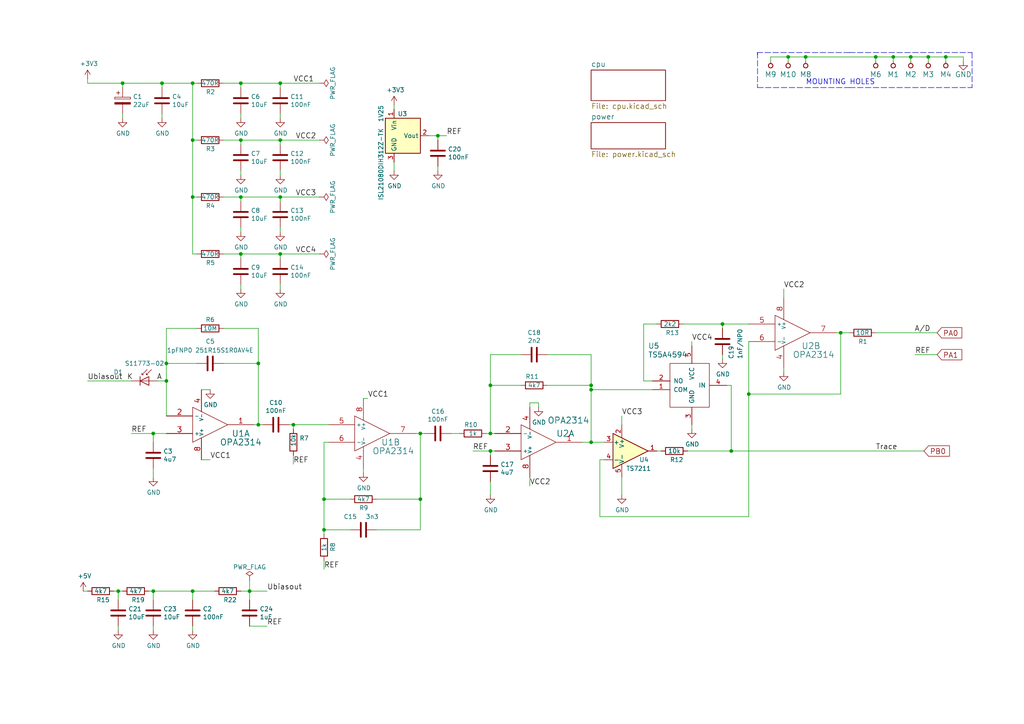
<source format=kicad_sch>
(kicad_sch (version 20211123) (generator eeschema)
  (paper "A4")
  (title_block (title "SPACEDOS01B") (date "2023-01-26") (company "www.ust.cz") (comment 1 "Semiconductor \\nIonizing radiation \\nsatellite spectrometer  \\nand dosimeter ") (comment 3 "Universal Scientific Technologies s.r.o. "))
  (lib_symbols
    (symbol "Amplifier_Operational:OP179GRT" (pin_names (offset 0.127))
      (property "Reference" "U" (at 0 5.08 0))
      (property "Value" "Amplifier_Operational_OP179GRT" (at 0 -5.08 0))
      (symbol "OP179GRT_0_1"
        (polyline (pts (xy -5.08 5.08) (xy 5.08 0) (xy -5.08 -5.08) (xy -5.08 5.08)) (stroke (width 0.254)) (fill (type background)))
        (pin power_in line (at -2.54 7.62 270) (length 3.81) (name "V+") (number "2"))
        (pin power_in line (at -2.54 -7.62 90) (length 3.81) (name "V-") (number "5"))
      )
      (symbol "OP179GRT_1_1"
        (pin output line (at 7.62 0 180) (length 2.54) (name "~") (number "1"))
        (pin input line (at -7.62 2.54 0) (length 2.54) (name "+") (number "3"))
        (pin input line (at -7.62 -2.54 0) (length 2.54) (name "-") (number "4"))
      )
    )
    (symbol "Device:C" (pin_numbers hide) (pin_names (offset 0.254))
      (property "Reference" "C" (at 0.635 2.54 0))
      (property "Value" "Device_C" (at 0.635 -2.54 0))
      (symbol "C_0_1"
        (polyline (pts (xy -2.032 -0.762) (xy 2.032 -0.762)) (stroke (width 0.508)))
        (polyline (pts (xy -2.032 0.762) (xy 2.032 0.762)) (stroke (width 0.508)))
      )
      (symbol "C_1_1"
        (pin passive line (at 0 3.81 270) (length 2.794) (name "~") (number "1"))
        (pin passive line (at 0 -3.81 90) (length 2.794) (name "~") (number "2"))
      )
    )
    (symbol "Device:CP" (pin_numbers hide) (pin_names (offset 0.254))
      (property "Reference" "C" (at 0.635 2.54 0))
      (property "Value" "Device_CP" (at 0.635 -2.54 0))
      (symbol "CP_0_1"
        (rectangle (start -2.286 0.508) (end -2.286 1.016))
        (rectangle (start -2.286 0.508) (end 2.286 0.508))
        (polyline (pts (xy -1.778 2.286) (xy -0.762 2.286)))
        (polyline (pts (xy -1.27 2.794) (xy -1.27 1.778)))
        (rectangle (start 2.286 -0.508) (end -2.286 -1.016) (fill (type outline)))
        (rectangle (start 2.286 1.016) (end -2.286 1.016))
        (rectangle (start 2.286 1.016) (end 2.286 0.508))
      )
      (symbol "CP_1_1"
        (pin passive line (at 0 3.81 270) (length 2.794) (name "~") (number "1"))
        (pin passive line (at 0 -3.81 90) (length 2.794) (name "~") (number "2"))
      )
    )
    (symbol "Device:D_Photo" (pin_numbers hide) (pin_names hide)
      (property "Reference" "D" (at 0.508 1.778 0))
      (property "Value" "Device_D_Photo" (at -1.016 -2.794 0))
      (symbol "D_Photo_0_1"
        (polyline (pts (xy -2.54 1.27) (xy -2.54 -1.27)) (stroke (width 0.2032)))
        (polyline (pts (xy -2.032 1.778) (xy -1.524 1.778)))
        (polyline (pts (xy 0 0) (xy -2.54 0)))
        (polyline (pts (xy -0.508 3.302) (xy -2.032 1.778) (xy -2.032 2.286)))
        (polyline (pts (xy 0 -1.27) (xy 0 1.27) (xy -2.54 0) (xy 0 -1.27)) (stroke (width 0.2032)))
        (polyline (pts (xy 0.762 3.302) (xy -0.762 1.778) (xy -0.762 2.286) (xy -0.762 1.778) (xy -0.254 1.778)))
      )
      (symbol "D_Photo_1_1"
        (pin passive line (at -5.08 0 0) (length 2.54) (name "K") (number "1"))
        (pin passive line (at 2.54 0 180) (length 2.54) (name "A") (number "2"))
      )
    )
    (symbol "Device:R" (pin_numbers hide) (pin_names (offset 0))
      (property "Reference" "R" (at 2.032 0 90))
      (property "Value" "Device_R" (at 0 0 90))
      (symbol "R_0_1"
        (rectangle (start -1.016 -2.54) (end 1.016 2.54) (stroke (width 0.254)))
      )
      (symbol "R_1_1"
        (pin passive line (at 0 3.81 270) (length 1.27) (name "~") (number "1"))
        (pin passive line (at 0 -3.81 90) (length 1.27) (name "~") (number "2"))
      )
    )
    (symbol "MLAB_IO:AD8692"
      (property "Reference" "U" (at 3.81 7.62 0))
      (property "Value" "MLAB_IO_AD8692" (at 3.81 5.08 0))
      (symbol "AD8692_0_1"
        (polyline (pts (xy -5.08 5.08) (xy 5.08 0) (xy -5.08 -5.08) (xy -5.08 5.08)))
      )
      (symbol "AD8692_1_1"
        (pin output line (at 12.7 0 180) (length 7.62) (name "~") (number "1"))
        (pin input line (at -12.7 -2.54 0) (length 7.62) (name "-") (number "2"))
        (pin input line (at -12.7 2.54 0) (length 7.62) (name "+") (number "3"))
        (pin passive line (at -2.54 -10.16 90) (length 6.35) (name "V-") (number "4"))
        (pin passive line (at -2.54 10.16 270) (length 6.35) (name "V+") (number "8"))
      )
      (symbol "AD8692_2_1"
        (pin passive line (at -2.54 -10.16 90) (length 6.35) (name "V-") (number "4"))
        (pin input line (at -12.7 2.54 0) (length 7.62) (name "+") (number "5"))
        (pin input line (at -12.7 -2.54 0) (length 7.62) (name "-") (number "6"))
        (pin output line (at 12.7 0 180) (length 7.62) (name "~") (number "7"))
        (pin passive line (at -2.54 10.16 270) (length 6.35) (name "V+") (number "8"))
      )
    )
    (symbol "MLAB_IO:TS5A4594" (pin_names (offset 1.016))
      (property "Reference" "U" (at 3.81 7.62 0))
      (property "Value" "MLAB_IO_TS5A4594" (at 6.35 -7.62 0))
      (symbol "TS5A4594_0_1"
        (rectangle (start -6.35 6.35) (end 5.08 -6.35))
      )
      (symbol "TS5A4594_1_1"
        (pin passive line (at -11.43 -1.27 0) (length 5.08) (name "COM") (number "1"))
        (pin passive line (at -11.43 1.27 0) (length 5.08) (name "NO") (number "2"))
        (pin power_in line (at 0 -11.43 90) (length 5.08) (name "GND") (number "3"))
        (pin bidirectional line (at 10.16 0 180) (length 5.08) (name "IN") (number "4"))
        (pin power_in line (at 0 11.43 270) (length 5.08) (name "VCC") (number "5"))
      )
    )
    (symbol "MLAB_MECHANICAL:HOLE" (pin_numbers hide) (pin_names (offset 1.016) hide)
      (property "Reference" "M" (at 0 2.54 0))
      (property "Value" "HOLE" (at 0 -2.54 0))
      (symbol "HOLE_0_1"
        (circle (center 0 0) (radius 0.635) (stroke (width 0.254)))
      )
      (symbol "HOLE_1_1"
        (pin input line (at 1.27 0 180) (length 0.635) (name "~") (number "1"))
      )
    )
    (symbol "Reference_Voltage:ISL21070CIH320Z-TK"
      (property "Reference" "U" (at -0.635 8.255 0))
      (property "Value" "Reference_Voltage_ISL21070CIH320Z-TK" (at -1.905 6.35 0))
      (symbol "ISL21070CIH320Z-TK_0_1"
        (rectangle (start -5.08 5.08) (end 5.08 -5.08) (stroke (width 0.254)) (fill (type background)))
      )
      (symbol "ISL21070CIH320Z-TK_1_1"
        (pin power_in line (at -2.54 7.62 270) (length 2.54) (name "Vin") (number "1"))
        (pin power_out line (at 7.62 0 180) (length 2.54) (name "Vout") (number "2"))
        (pin power_in line (at -2.54 -7.62 90) (length 2.54) (name "GND") (number "3"))
      )
    )
    (symbol "power:+3.3V" (power) (pin_names (offset 0))
      (property "Value" "power_+3.3V" (at 0 3.556 0))
      (symbol "+3.3V_0_1"
        (polyline (pts (xy -0.762 1.27) (xy 0 2.54)))
        (polyline (pts (xy 0 0) (xy 0 2.54)))
        (polyline (pts (xy 0 2.54) (xy 0.762 1.27)))
      )
      (symbol "+3.3V_1_1"
        (pin power_in line (at 0 0 90) (length 0) hide (name "+3V3") (number "1"))
      )
    )
    (symbol "power:+5V" (power) (pin_names (offset 0))
      (property "Value" "power_+5V" (at 0 3.556 0))
      (symbol "+5V_0_1"
        (polyline (pts (xy -0.762 1.27) (xy 0 2.54)))
        (polyline (pts (xy 0 0) (xy 0 2.54)))
        (polyline (pts (xy 0 2.54) (xy 0.762 1.27)))
      )
      (symbol "+5V_1_1"
        (pin power_in line (at 0 0 90) (length 0) hide (name "+5V") (number "1"))
      )
    )
    (symbol "power:GND" (power) (pin_names (offset 0))
      (property "Value" "power_GND" (at 0 -3.81 0))
      (symbol "GND_0_1"
        (polyline (pts (xy 0 0) (xy 0 -1.27) (xy 1.27 -1.27) (xy 0 -2.54) (xy -1.27 -1.27) (xy 0 -1.27)))
      )
      (symbol "GND_1_1"
        (pin power_in line (at 0 0 270) (length 0) hide (name "GND") (number "1"))
      )
    )
    (symbol "power:PWR_FLAG" (power) (pin_numbers hide) (pin_names (offset 0) hide)
      (property "Value" "PWR_FLAG" (at 0 3.81 0))
      (symbol "PWR_FLAG_0_0"
        (pin power_out line (at 0 0 90) (length 0) (name "pwr") (number "1"))
      )
      (symbol "PWR_FLAG_0_1"
        (polyline (pts (xy 0 0) (xy 0 1.27) (xy -1.016 1.905) (xy 0 2.54) (xy 1.016 1.905) (xy 0 1.27)))
      )
    )
  )
  (junction (at 46.99 24.13))
  (junction (at 74.93 123.19))
  (junction (at 209.55 93.98))
  (junction (at 44.45 125.73))
  (junction (at 55.88 171.45))
  (junction (at 171.45 111.76))
  (junction (at 233.68 16.51))
  (junction (at 69.85 24.13))
  (junction (at 269.24 16.51))
  (junction (at 69.85 57.15))
  (junction (at 55.88 57.15))
  (junction (at 142.24 111.76))
  (junction (at 35.56 24.13))
  (junction (at 48.26 110.49))
  (junction (at 81.28 24.13))
  (junction (at 142.24 125.73))
  (junction (at 121.92 144.78))
  (junction (at 81.28 40.64))
  (junction (at 212.09 130.81))
  (junction (at 228.6 16.51))
  (junction (at 85.09 123.19))
  (junction (at 48.26 105.41))
  (junction (at 264.16 16.51))
  (junction (at 44.45 171.45))
  (junction (at 55.88 40.64))
  (junction (at 81.28 57.15))
  (junction (at 72.39 171.45))
  (junction (at 142.24 130.81))
  (junction (at 74.93 105.41))
  (junction (at 274.32 16.51))
  (junction (at 254 16.51))
  (junction (at 171.45 113.03))
  (junction (at 127 39.37))
  (junction (at 81.28 73.66))
  (junction (at 93.98 153.67))
  (junction (at 259.08 16.51))
  (junction (at 243.84 96.52))
  (junction (at 171.45 128.27))
  (junction (at 55.88 24.13))
  (junction (at 121.92 125.73))
  (junction (at 69.85 40.64))
  (junction (at 93.98 144.78))
  (junction (at 217.17 114.3))
  (junction (at 69.85 73.66))
  (junction (at 34.29 171.45))
  (wire (pts (xy 274.32 16.51) (xy 269.24 16.51)))
  (wire (pts (xy 34.29 182.88) (xy 34.29 181.61)))
  (wire (pts (xy 69.85 67.31) (xy 69.85 66.04)))
  (wire (pts (xy 233.68 16.51) (xy 254 16.51)))
  (wire (pts (xy 212.09 111.76) (xy 210.82 111.76)))
  (wire (pts (xy 198.12 93.98) (xy 209.55 93.98)))
  (wire (pts (xy 171.45 102.87) (xy 171.45 111.76)))
  (wire (pts (xy 24.13 171.45) (xy 25.4 171.45)))
  (wire (pts (xy 142.24 130.81) (xy 142.24 132.08)))
  (wire (pts (xy 217.17 99.06) (xy 217.17 114.3)))
  (wire (pts (xy 69.85 57.15) (xy 81.28 57.15)))
  (wire (pts (xy 81.28 67.31) (xy 81.28 66.04)))
  (wire (pts (xy 72.39 181.61) (xy 77.47 181.61)))
  (wire (pts (xy 265.43 102.87) (xy 271.78 102.87)))
  (wire (pts (xy 186.69 110.49) (xy 186.69 93.98)))
  (wire (pts (xy 180.34 123.19) (xy 180.34 120.65)))
  (wire (pts (xy 279.4 17.78) (xy 279.4 16.51)))
  (wire (pts (xy 57.15 40.64) (xy 55.88 40.64)))
  (wire (pts (xy 81.28 50.8) (xy 81.28 49.53)))
  (polyline (pts (xy 246.38 25.4) (xy 281.94 25.4)))
  (wire (pts (xy 153.67 118.11) (xy 153.67 116.84)))
  (wire (pts (xy 81.28 58.42) (xy 81.28 57.15)))
  (wire (pts (xy 35.56 25.4) (xy 35.56 24.13)))
  (wire (pts (xy 121.92 144.78) (xy 109.22 144.78)))
  (wire (pts (xy 212.09 111.76) (xy 212.09 130.81)))
  (wire (pts (xy 74.93 123.19) (xy 76.2 123.19)))
  (wire (pts (xy 189.23 110.49) (xy 186.69 110.49)))
  (wire (pts (xy 25.4 110.49) (xy 38.1 110.49)))
  (wire (pts (xy 64.77 73.66) (xy 69.85 73.66)))
  (wire (pts (xy 81.28 74.93) (xy 81.28 73.66)))
  (wire (pts (xy 95.25 128.27) (xy 93.98 128.27)))
  (wire (pts (xy 212.09 130.81) (xy 267.97 130.81)))
  (wire (pts (xy 151.13 111.76) (xy 142.24 111.76)))
  (wire (pts (xy 153.67 138.43) (xy 153.67 140.97)))
  (wire (pts (xy 25.4 24.13) (xy 35.56 24.13)))
  (wire (pts (xy 233.68 16.51) (xy 233.68 17.78)))
  (wire (pts (xy 34.29 171.45) (xy 35.56 171.45)))
  (wire (pts (xy 121.92 125.73) (xy 121.92 144.78)))
  (wire (pts (xy 142.24 102.87) (xy 151.13 102.87)))
  (wire (pts (xy 264.16 16.51) (xy 259.08 16.51)))
  (wire (pts (xy 81.28 73.66) (xy 92.71 73.66)))
  (wire (pts (xy 227.33 107.95) (xy 227.33 106.68)))
  (wire (pts (xy 69.85 73.66) (xy 81.28 73.66)))
  (wire (pts (xy 153.67 116.84) (xy 156.21 116.84)))
  (wire (pts (xy 74.93 105.41) (xy 74.93 123.19)))
  (wire (pts (xy 64.77 40.64) (xy 69.85 40.64)))
  (wire (pts (xy 142.24 111.76) (xy 142.24 102.87)))
  (wire (pts (xy 209.55 93.98) (xy 209.55 95.25)))
  (wire (pts (xy 81.28 25.4) (xy 81.28 24.13)))
  (wire (pts (xy 105.41 137.16) (xy 105.41 135.89)))
  (wire (pts (xy 142.24 139.7) (xy 142.24 143.51)))
  (wire (pts (xy 200.66 124.46) (xy 200.66 123.19)))
  (wire (pts (xy 64.77 24.13) (xy 69.85 24.13)))
  (wire (pts (xy 209.55 93.98) (xy 217.17 93.98)))
  (wire (pts (xy 69.85 171.45) (xy 72.39 171.45)))
  (wire (pts (xy 72.39 171.45) (xy 77.47 171.45)))
  (wire (pts (xy 209.55 104.14) (xy 209.55 102.87)))
  (wire (pts (xy 227.33 86.36) (xy 227.33 83.82)))
  (wire (pts (xy 43.18 171.45) (xy 44.45 171.45)))
  (wire (pts (xy 264.16 17.78) (xy 264.16 16.51)))
  (wire (pts (xy 64.77 95.25) (xy 74.93 95.25)))
  (wire (pts (xy 259.08 16.51) (xy 259.08 17.78)))
  (wire (pts (xy 142.24 125.73) (xy 143.51 125.73)))
  (wire (pts (xy 243.84 96.52) (xy 246.38 96.52)))
  (wire (pts (xy 46.99 25.4) (xy 46.99 24.13)))
  (wire (pts (xy 223.52 16.51) (xy 223.52 17.78)))
  (wire (pts (xy 156.21 116.84) (xy 156.21 118.11)))
  (polyline (pts (xy 219.71 15.24) (xy 219.71 15.875)))
  (wire (pts (xy 143.51 130.81) (xy 142.24 130.81)))
  (wire (pts (xy 121.92 153.67) (xy 121.92 144.78)))
  (wire (pts (xy 46.99 34.29) (xy 46.99 33.02)))
  (wire (pts (xy 171.45 113.03) (xy 171.45 128.27)))
  (wire (pts (xy 140.97 125.73) (xy 142.24 125.73)))
  (wire (pts (xy 81.28 24.13) (xy 92.71 24.13)))
  (wire (pts (xy 114.3 46.99) (xy 114.3 49.53)))
  (wire (pts (xy 130.81 125.73) (xy 133.35 125.73)))
  (wire (pts (xy 69.85 41.91) (xy 69.85 40.64)))
  (wire (pts (xy 38.1 125.73) (xy 44.45 125.73)))
  (wire (pts (xy 254 16.51) (xy 259.08 16.51)))
  (wire (pts (xy 158.75 102.87) (xy 171.45 102.87)))
  (wire (pts (xy 279.4 16.51) (xy 274.32 16.51)))
  (wire (pts (xy 57.15 57.15) (xy 55.88 57.15)))
  (wire (pts (xy 199.39 130.81) (xy 212.09 130.81)))
  (wire (pts (xy 81.28 83.82) (xy 81.28 82.55)))
  (wire (pts (xy 93.98 162.56) (xy 93.98 165.1)))
  (wire (pts (xy 180.34 143.51) (xy 180.34 138.43)))
  (wire (pts (xy 81.28 41.91) (xy 81.28 40.64)))
  (wire (pts (xy 69.85 58.42) (xy 69.85 57.15)))
  (wire (pts (xy 72.39 171.45) (xy 72.39 173.99)))
  (wire (pts (xy 55.88 73.66) (xy 57.15 73.66)))
  (wire (pts (xy 93.98 153.67) (xy 93.98 154.94)))
  (wire (pts (xy 64.77 57.15) (xy 69.85 57.15)))
  (wire (pts (xy 233.68 16.51) (xy 228.6 16.51)))
  (wire (pts (xy 58.42 113.03) (xy 60.96 113.03)))
  (wire (pts (xy 33.02 171.45) (xy 34.29 171.45)))
  (wire (pts (xy 55.88 57.15) (xy 55.88 73.66)))
  (wire (pts (xy 74.93 95.25) (xy 74.93 105.41)))
  (wire (pts (xy 69.85 24.13) (xy 81.28 24.13)))
  (wire (pts (xy 85.09 124.46) (xy 85.09 123.19)))
  (polyline (pts (xy 219.71 15.24) (xy 219.71 25.4)))
  (wire (pts (xy 254 96.52) (xy 271.78 96.52)))
  (wire (pts (xy 48.26 105.41) (xy 57.15 105.41)))
  (wire (pts (xy 44.45 128.27) (xy 44.45 125.73)))
  (polyline (pts (xy 246.38 15.24) (xy 219.71 15.24)))
  (wire (pts (xy 55.88 24.13) (xy 55.88 40.64)))
  (wire (pts (xy 217.17 114.3) (xy 217.17 149.86)))
  (wire (pts (xy 72.39 168.275) (xy 72.39 171.45)))
  (wire (pts (xy 269.24 17.78) (xy 269.24 16.51)))
  (wire (pts (xy 44.45 173.99) (xy 44.45 171.45)))
  (wire (pts (xy 85.09 132.08) (xy 85.09 134.62)))
  (wire (pts (xy 228.6 16.51) (xy 223.52 16.51)))
  (wire (pts (xy 55.88 24.13) (xy 57.15 24.13)))
  (wire (pts (xy 200.66 100.33) (xy 200.66 99.06)))
  (polyline (pts (xy 219.71 25.4) (xy 246.38 25.4)))
  (polyline (pts (xy 281.94 15.24) (xy 281.94 25.4)))
  (wire (pts (xy 105.41 115.57) (xy 106.68 115.57)))
  (wire (pts (xy 173.99 149.86) (xy 173.99 133.35)))
  (wire (pts (xy 64.77 105.41) (xy 74.93 105.41)))
  (wire (pts (xy 81.28 57.15) (xy 92.71 57.15)))
  (wire (pts (xy 69.85 34.29) (xy 69.85 33.02)))
  (wire (pts (xy 74.93 123.19) (xy 73.66 123.19)))
  (wire (pts (xy 121.92 125.73) (xy 123.19 125.73)))
  (wire (pts (xy 93.98 144.78) (xy 93.98 153.67)))
  (wire (pts (xy 137.16 130.81) (xy 142.24 130.81)))
  (wire (pts (xy 93.98 128.27) (xy 93.98 144.78)))
  (wire (pts (xy 34.29 173.99) (xy 34.29 171.45)))
  (wire (pts (xy 69.85 83.82) (xy 69.85 82.55)))
  (wire (pts (xy 254 17.78) (xy 254 16.51)))
  (wire (pts (xy 274.32 17.78) (xy 274.32 16.51)))
  (wire (pts (xy 44.45 125.73) (xy 48.26 125.73)))
  (wire (pts (xy 58.42 133.35) (xy 60.96 133.35)))
  (wire (pts (xy 69.85 25.4) (xy 69.85 24.13)))
  (wire (pts (xy 45.72 110.49) (xy 48.26 110.49)))
  (wire (pts (xy 171.45 128.27) (xy 175.26 128.27)))
  (wire (pts (xy 48.26 95.25) (xy 48.26 105.41)))
  (wire (pts (xy 242.57 96.52) (xy 243.84 96.52)))
  (wire (pts (xy 55.88 182.88) (xy 55.88 181.61)))
  (wire (pts (xy 158.75 111.76) (xy 171.45 111.76)))
  (wire (pts (xy 228.6 17.78) (xy 228.6 16.51)))
  (wire (pts (xy 101.6 153.67) (xy 93.98 153.67)))
  (wire (pts (xy 114.3 30.48) (xy 114.3 31.75)))
  (wire (pts (xy 81.28 40.64) (xy 92.71 40.64)))
  (wire (pts (xy 55.88 171.45) (xy 62.23 171.45)))
  (wire (pts (xy 109.22 153.67) (xy 121.92 153.67)))
  (wire (pts (xy 173.99 133.35) (xy 175.26 133.35)))
  (wire (pts (xy 168.91 128.27) (xy 171.45 128.27)))
  (wire (pts (xy 35.56 34.29) (xy 35.56 33.02)))
  (wire (pts (xy 48.26 110.49) (xy 48.26 120.65)))
  (wire (pts (xy 243.84 96.52) (xy 243.84 114.3)))
  (wire (pts (xy 101.6 144.78) (xy 93.98 144.78)))
  (wire (pts (xy 190.5 130.81) (xy 191.77 130.81)))
  (wire (pts (xy 44.45 138.43) (xy 44.45 135.89)))
  (polyline (pts (xy 246.38 15.24) (xy 281.94 15.24)))
  (wire (pts (xy 44.45 171.45) (xy 55.88 171.45)))
  (wire (pts (xy 25.4 22.86) (xy 25.4 24.13)))
  (wire (pts (xy 81.28 34.29) (xy 81.28 33.02)))
  (wire (pts (xy 35.56 24.13) (xy 46.99 24.13)))
  (wire (pts (xy 44.45 182.88) (xy 44.45 181.61)))
  (wire (pts (xy 120.65 125.73) (xy 121.92 125.73)))
  (wire (pts (xy 83.82 123.19) (xy 85.09 123.19)))
  (wire (pts (xy 186.69 93.98) (xy 190.5 93.98)))
  (wire (pts (xy 69.85 40.64) (xy 81.28 40.64)))
  (wire (pts (xy 55.88 40.64) (xy 55.88 57.15)))
  (wire (pts (xy 127 40.64) (xy 127 39.37)))
  (wire (pts (xy 85.09 123.19) (xy 95.25 123.19)))
  (wire (pts (xy 171.45 111.76) (xy 171.45 113.03)))
  (wire (pts (xy 69.85 74.93) (xy 69.85 73.66)))
  (wire (pts (xy 55.88 173.99) (xy 55.88 171.45)))
  (wire (pts (xy 269.24 16.51) (xy 264.16 16.51)))
  (wire (pts (xy 48.26 105.41) (xy 48.26 110.49)))
  (wire (pts (xy 217.17 149.86) (xy 173.99 149.86)))
  (wire (pts (xy 142.24 125.73) (xy 142.24 111.76)))
  (wire (pts (xy 69.85 50.8) (xy 69.85 49.53)))
  (wire (pts (xy 57.15 95.25) (xy 48.26 95.25)))
  (wire (pts (xy 124.46 39.37) (xy 127 39.37)))
  (wire (pts (xy 127 49.53) (xy 127 48.26)))
  (wire (pts (xy 46.99 24.13) (xy 55.88 24.13)))
  (wire (pts (xy 127 39.37) (xy 129.54 39.37)))
  (wire (pts (xy 171.45 113.03) (xy 189.23 113.03)))
  (wire (pts (xy 243.84 114.3) (xy 217.17 114.3)))
  (text "MOUNTING HOLES" (at 233.68 24.765 0) (effects (font (size 1.524 1.524)) (justify left bottom)))
  (label "REF" (at 129.54 39.37 0) (effects (font (size 1.524 1.524))))
  (label "REF" (at 93.98 165.1 0) (effects (font (size 1.524 1.524))))
  (label "VCC4" (at 200.66 99.06 0) (effects (font (size 1.524 1.524))))
  (label "Ubiasout" (at 77.47 171.45 0) (effects (font (size 1.524 1.524))))
  (label "A/D" (at 269.875 96.52 180) (effects (font (size 1.524 1.524))))
  (label "VCC2" (at 153.67 140.97 0) (effects (font (size 1.524 1.524))))
  (label "A" (at 46.99 110.49 180) (effects (font (size 1.524 1.524))))
  (label "VCC3" (at 180.34 120.65 0) (effects (font (size 1.524 1.524))))
  (label "REF" (at 265.43 102.87 0) (effects (font (size 1.524 1.524))))
  (label "VCC1" (at 85.09 24.13 0) (effects (font (size 1.524 1.524))))
  (label "REF" (at 85.09 134.62 0) (effects (font (size 1.524 1.524))))
  (label "REF" (at 77.47 181.61 0) (effects (font (size 1.524 1.524))))
  (label "VCC4" (at 85.725 73.66 0) (effects (font (size 1.524 1.524))))
  (label "VCC2" (at 227.33 83.82 0) (effects (font (size 1.524 1.524))))
  (label "VCC2" (at 85.725 40.64 0) (effects (font (size 1.524 1.524))))
  (label "REF" (at 38.1 125.73 0) (effects (font (size 1.524 1.524))))
  (label "Trace" (at 254 130.81 0) (effects (font (size 1.524 1.524))))
  (label "REF" (at 137.16 130.81 0) (effects (font (size 1.524 1.524))))
  (label "VCC1" (at 106.68 115.57 0) (effects (font (size 1.524 1.524))))
  (label "K" (at 36.83 110.49 0) (effects (font (size 1.524 1.524))))
  (label "Ubiasout" (at 25.4 110.49 0) (effects (font (size 1.524 1.524))))
  (label "VCC1" (at 60.96 133.35 0) (effects (font (size 1.524 1.524))))
  (label "VCC3" (at 85.725 57.15 0) (effects (font (size 1.524 1.524))))
  (global_label "PA0" (shape input) (at 271.78 96.52 0) (effects (font (size 1.524 1.524))) (property "Intersheet References" "${INTERSHEET_REFS}" (effects hide)))
  (global_label "PA1" (shape input) (at 271.78 102.87 0) (effects (font (size 1.524 1.524))) (property "Intersheet References" "${INTERSHEET_REFS}" (effects hide)))
  (global_label "PB0" (shape input) (at 267.97 130.81 0) (effects (font (size 1.524 1.524))) (property "Intersheet References" "${INTERSHEET_REFS}" (effects hide)))
  (symbol (lib_id "MLAB_MECHANICAL:HOLE") (at 264.16 19.05 90) (unit 1)
    (property "Reference" "M2" (at 264.16 21.59 90) (effects (font (size 1.524 1.524))))
    (property "Value" "HOLE" (effects hide))
    (property "Footprint" "Mlab_Mechanical:MountingHole_3mm" (effects hide))
  )
  (symbol (lib_id "MLAB_IO:AD8692") (at 60.96 123.19 0) (mirror x) (unit 1)
    (property "Reference" "U1" (at 69.85 125.73 0) (effects (font (size 1.778 1.778))))
    (property "Value" "OPA2314" (at 69.85 128.27 0) (effects (font (size 1.778 1.778))))
    (property "Footprint" "Mlab_IO:SOIC-8_3.9x4.9mm_Pitch1.27mm" (effects hide))
  )
  (symbol (lib_id "MLAB_IO:AD8692") (at 156.21 128.27 0) (mirror x) (unit 1)
    (property "Reference" "U2" (at 161.29 125.73 0) (effects (font (size 1.778 1.778)) (justify left)))
    (property "Value" "OPA2314" (at 158.75 121.92 0) (effects (font (size 1.778 1.778)) (justify left)))
    (property "Footprint" "Mlab_IO:SOIC-8_3.9x4.9mm_Pitch1.27mm" (effects hide))
  )
  (symbol (lib_id "MLAB_IO:AD8692") (at 107.95 125.73 0) (unit 2)
    (property "Reference" "U1" (at 110.49 128.27 0) (effects (font (size 1.778 1.778)) (justify left)))
    (property "Value" "OPA2314" (at 107.95 130.81 0) (effects (font (size 1.778 1.778)) (justify left)))
    (property "Footprint" "Mlab_IO:SOIC-8_3.9x4.9mm_Pitch1.27mm" (effects hide))
  )
  (symbol (lib_id "MLAB_IO:AD8692") (at 229.87 96.52 0) (unit 2)
    (property "Reference" "U2" (at 232.41 100.33 0) (effects (font (size 1.778 1.778)) (justify left)))
    (property "Value" "OPA2314" (at 229.87 102.87 0) (effects (font (size 1.778 1.778)) (justify left)))
    (property "Footprint" "Mlab_IO:SOIC-8_3.9x4.9mm_Pitch1.27mm" (effects hide))
  )
  (symbol (lib_id "Device:C") (at 44.45 132.08 0) (unit 1)
    (property "Reference" "C3" (at 47.371 130.9116 0) (effects (justify left)))
    (property "Value" "4u7" (at 47.371 133.223 0) (effects (justify left)))
    (property "Footprint" "Mlab_R:SMD-0805" (effects hide))
  )
  (symbol (lib_id "power:GND") (at 60.96 113.03 0) (unit 1)
    (property "Reference" "#PWR04" (effects hide))
    (property "Value" "GND" (at 61.087 117.4242 0))
  )
  (symbol (lib_id "power:GND") (at 105.41 137.16 0) (unit 1)
    (property "Reference" "#PWR05" (effects hide))
    (property "Value" "GND" (at 105.537 141.5542 0))
  )
  (symbol (lib_id "power:GND") (at 44.45 138.43 0) (unit 1)
    (property "Reference" "#PWR06" (effects hide))
    (property "Value" "GND" (at 44.577 142.8242 0))
  )
  (symbol (lib_id "Device:C") (at 60.96 105.41 270) (unit 1)
    (property "Reference" "C5" (at 60.96 99.0092 90))
    (property "Value" "1pFNP0 251R15S1R0AV4E" (at 60.96 101.6 90))
    (property "Footprint" "Mlab_R:SMD-0805" (effects hide))
  )
  (symbol (lib_id "Device:R") (at 60.96 95.25 270) (unit 1)
    (property "Reference" "R6" (at 60.96 92.71 90))
    (property "Value" "10M" (at 60.96 95.25 90))
    (property "Footprint" "Mlab_R:SMD-0805" (effects hide))
  )
  (symbol (lib_id "Device:R") (at 85.09 128.27 180) (unit 1)
    (property "Reference" "R7" (at 86.868 127.1016 0) (effects (justify right)))
    (property "Value" "10k" (at 85.09 129.54 90) (effects (justify right)))
    (property "Footprint" "Mlab_R:SMD-0805" (effects hide))
  )
  (symbol (lib_id "Device:C") (at 80.01 123.19 270) (unit 1)
    (property "Reference" "C10" (at 80.01 116.7892 90))
    (property "Value" "100nF" (at 80.01 119.1006 90))
    (property "Footprint" "Mlab_R:SMD-0805" (effects hide))
  )
  (symbol (lib_id "Device:R") (at 105.41 144.78 270) (unit 1)
    (property "Reference" "R9" (at 104.14 147.32 90) (effects (justify left)))
    (property "Value" "4k7" (at 105.41 144.78 90))
    (property "Footprint" "Mlab_R:SMD-0805" (effects hide))
  )
  (symbol (lib_id "Device:C") (at 105.41 153.67 270) (unit 1)
    (property "Reference" "C15" (at 101.6 149.86 90))
    (property "Value" "3n3" (at 107.95 149.86 90))
    (property "Footprint" "Mlab_R:SMD-0805" (effects hide))
  )
  (symbol (lib_id "Device:R") (at 93.98 158.75 0) (unit 1)
    (property "Reference" "R8" (at 96.52 160.02 90) (effects (justify left)))
    (property "Value" "1k" (at 93.98 158.75 90))
    (property "Footprint" "Mlab_R:SMD-0805" (effects hide))
  )
  (symbol (lib_id "Device:C") (at 127 125.73 270) (unit 1)
    (property "Reference" "C16" (at 127 119.3292 90))
    (property "Value" "100nF" (at 127 121.6406 90))
    (property "Footprint" "Mlab_R:SMD-0805" (effects hide))
  )
  (symbol (lib_id "Device:R") (at 137.16 125.73 270) (unit 1)
    (property "Reference" "R10" (at 134.62 123.19 90) (effects (justify left)))
    (property "Value" "1k" (at 137.16 125.73 90))
    (property "Footprint" "Mlab_R:SMD-0805" (effects hide))
  )
  (symbol (lib_id "Amplifier_Operational:OP179GRT") (at 182.88 130.81 0) (unit 1)
    (property "Reference" "U4" (at 185.42 133.35 0) (effects (justify left)))
    (property "Value" "TS7211" (at 181.61 135.89 0) (effects (justify left)))
    (property "Footprint" "Package_TO_SOT_SMD:SOT-23-5_HandSoldering" (effects hide))
    (property "Datasheet" "http://www.analog.com/media/en/technical-documentation/data-sheets/OP179_279.pdf" (effects hide))
  )
  (symbol (lib_id "MLAB_IO:TS5A4594") (at 200.66 111.76 0) (unit 1)
    (property "Reference" "U5" (at 187.96 100.33 0) (effects (font (size 1.524 1.524)) (justify left)))
    (property "Value" "TS5A4594" (at 187.96 102.87 0) (effects (font (size 1.524 1.524)) (justify left)))
    (property "Footprint" "Package_TO_SOT_SMD:SOT-23-5_HandSoldering" (effects hide))
  )
  (symbol (lib_id "Device:R") (at 195.58 130.81 270) (unit 1)
    (property "Reference" "R12" (at 194.31 133.35 90) (effects (justify left)))
    (property "Value" "10k" (at 195.58 130.81 90))
    (property "Footprint" "Mlab_R:SMD-0805" (effects hide))
  )
  (symbol (lib_id "Device:R") (at 194.31 93.98 270) (unit 1)
    (property "Reference" "R13" (at 193.04 96.52 90) (effects (justify left)))
    (property "Value" "2k2" (at 194.31 93.98 90))
    (property "Footprint" "Mlab_R:SMD-0805" (effects hide))
  )
  (symbol (lib_id "Device:C") (at 209.55 99.06 0) (unit 1)
    (property "Reference" "C19" (at 212.09 104.14 90) (effects (justify left)))
    (property "Value" "1nF/NP0" (at 214.63 104.14 90) (effects (justify left)))
    (property "Footprint" "Mlab_R:SMD-0805" (effects hide))
  )
  (symbol (lib_id "MLAB_MECHANICAL:HOLE") (at 269.24 19.05 90) (unit 1)
    (property "Reference" "M3" (at 269.24 21.59 90) (effects (font (size 1.524 1.524))))
    (property "Value" "HOLE" (effects hide))
    (property "Footprint" "Mlab_Mechanical:MountingHole_3mm" (effects hide))
  )
  (symbol (lib_id "MLAB_MECHANICAL:HOLE") (at 274.32 19.05 90) (unit 1)
    (property "Reference" "M4" (at 274.32 21.59 90) (effects (font (size 1.524 1.524))))
    (property "Value" "HOLE" (effects hide))
    (property "Footprint" "Mlab_Mechanical:MountingHole_3mm" (effects hide))
  )
  (symbol (lib_id "power:GND") (at 279.4 17.78 0) (unit 1)
    (property "Reference" "#PWR03" (effects hide))
    (property "Value" "GND" (at 279.4 21.59 0) (effects (font (size 1.524 1.524))))
  )
  (symbol (lib_id "power:GND") (at 156.21 118.11 0) (unit 1)
    (property "Reference" "#PWR07" (effects hide))
    (property "Value" "GND" (at 156.337 122.5042 0))
  )
  (symbol (lib_id "Reference_Voltage:ISL21070CIH320Z-TK") (at 116.84 39.37 0) (unit 1)
    (property "Reference" "U3" (at 118.11 33.02 0) (effects (justify right)))
    (property "Value" "ISL21080DIH312Z-TK  1V25" (at 110.49 30.48 90) (effects (justify right)))
    (property "Footprint" "Package_TO_SOT_SMD:SOT-23" (effects hide))
    (property "Datasheet" "https://eu.mouser.com/datasheet/2/698/REN_isl21080_DST_20040119-1998038.pdf" (effects hide))
  )
  (symbol (lib_id "power:GND") (at 114.3 49.53 0) (unit 1)
    (property "Reference" "#PWR0101" (effects hide))
    (property "Value" "GND" (at 114.427 53.9242 0))
  )
  (symbol (lib_id "power:GND") (at 127 49.53 0) (unit 1)
    (property "Reference" "#PWR0102" (effects hide))
    (property "Value" "GND" (at 127.127 53.9242 0))
  )
  (symbol (lib_id "Device:C") (at 127 44.45 0) (unit 1)
    (property "Reference" "C20" (at 129.921 43.2816 0) (effects (justify left)))
    (property "Value" "100nF" (at 129.921 45.593 0) (effects (justify left)))
    (property "Footprint" "Mlab_R:SMD-0805" (effects hide))
  )
  (symbol (lib_id "Device:C") (at 142.24 135.89 0) (unit 1)
    (property "Reference" "C17" (at 145.161 134.7216 0) (effects (justify left)))
    (property "Value" "4u7" (at 145.161 137.033 0) (effects (justify left)))
    (property "Footprint" "Mlab_R:SMD-0805" (effects hide))
  )
  (symbol (lib_id "power:GND") (at 142.24 143.51 0) (unit 1)
    (property "Reference" "#PWR08" (effects hide))
    (property "Value" "GND" (at 142.367 147.9042 0))
  )
  (symbol (lib_id "Device:C") (at 154.94 102.87 270) (unit 1)
    (property "Reference" "C18" (at 154.94 96.4692 90))
    (property "Value" "2n2" (at 154.94 98.7806 90))
    (property "Footprint" "Mlab_R:SMD-0805" (effects hide))
  )
  (symbol (lib_id "Device:R") (at 154.94 111.76 270) (unit 1)
    (property "Reference" "R11" (at 152.4 109.22 90) (effects (justify left)))
    (property "Value" "4k7" (at 154.94 111.76 90))
    (property "Footprint" "Mlab_R:SMD-0805" (effects hide))
  )
  (symbol (lib_id "power:GND") (at 180.34 143.51 0) (unit 1)
    (property "Reference" "#PWR09" (effects hide))
    (property "Value" "GND" (at 180.467 147.9042 0))
  )
  (symbol (lib_id "power:GND") (at 200.66 124.46 0) (unit 1)
    (property "Reference" "#PWR011" (effects hide))
    (property "Value" "GND" (at 200.787 128.8542 0))
  )
  (symbol (lib_id "power:GND") (at 209.55 104.14 0) (unit 1)
    (property "Reference" "#PWR012" (effects hide))
    (property "Value" "GND" (at 209.677 108.5342 0))
  )
  (symbol (lib_id "power:GND") (at 227.33 107.95 0) (unit 1)
    (property "Reference" "#PWR013" (effects hide))
    (property "Value" "GND" (at 227.457 112.3442 0))
  )
  (symbol (lib_id "Device:R") (at 60.96 24.13 270) (unit 1)
    (property "Reference" "R2" (at 59.69 26.67 90) (effects (justify left)))
    (property "Value" "470R" (at 60.96 24.13 90))
    (property "Footprint" "Mlab_R:SMD-0805" (effects hide))
  )
  (symbol (lib_id "Device:CP") (at 35.56 29.21 0) (unit 1)
    (property "Reference" "C1" (at 38.5572 28.0416 0) (effects (justify left)))
    (property "Value" "22uF" (at 38.5572 30.353 0) (effects (justify left)))
    (property "Footprint" "Mlab_C:TantalC_SizeC_Reflow" (effects hide))
  )
  (symbol (lib_id "Device:C") (at 46.99 29.21 0) (unit 1)
    (property "Reference" "C4" (at 49.911 28.0416 0) (effects (justify left)))
    (property "Value" "10uF" (at 49.911 30.353 0) (effects (justify left)))
    (property "Footprint" "Mlab_R:SMD-0805" (effects hide))
  )
  (symbol (lib_id "Device:C") (at 69.85 29.21 0) (unit 1)
    (property "Reference" "C6" (at 72.771 28.0416 0) (effects (justify left)))
    (property "Value" "10uF" (at 72.771 30.353 0) (effects (justify left)))
    (property "Footprint" "Mlab_R:SMD-0805" (effects hide))
  )
  (symbol (lib_id "Device:C") (at 81.28 29.21 0) (unit 1)
    (property "Reference" "C11" (at 84.201 28.0416 0) (effects (justify left)))
    (property "Value" "100nF" (at 84.201 30.353 0) (effects (justify left)))
    (property "Footprint" "Mlab_R:SMD-0805" (effects hide))
  )
  (symbol (lib_id "MLAB_MECHANICAL:HOLE") (at 254 19.05 90) (unit 1)
    (property "Reference" "M6" (at 254 21.59 90) (effects (font (size 1.524 1.524))))
    (property "Value" "BMI-S-210-F" (effects hide))
    (property "Footprint" "Mlab_Mechanical:BMI-S-210-F" (effects hide))
  )
  (symbol (lib_id "power:GND") (at 35.56 34.29 0) (unit 1)
    (property "Reference" "#PWR016" (effects hide))
    (property "Value" "GND" (at 35.687 38.6842 0))
  )
  (symbol (lib_id "power:GND") (at 46.99 34.29 0) (unit 1)
    (property "Reference" "#PWR017" (effects hide))
    (property "Value" "GND" (at 47.117 38.6842 0))
  )
  (symbol (lib_id "power:GND") (at 69.85 34.29 0) (unit 1)
    (property "Reference" "#PWR018" (effects hide))
    (property "Value" "GND" (at 69.977 38.6842 0))
  )
  (symbol (lib_id "power:GND") (at 81.28 34.29 0) (unit 1)
    (property "Reference" "#PWR019" (effects hide))
    (property "Value" "GND" (at 81.407 38.6842 0))
  )
  (symbol (lib_id "Device:R") (at 60.96 40.64 270) (unit 1)
    (property "Reference" "R3" (at 59.69 43.18 90) (effects (justify left)))
    (property "Value" "470R" (at 60.96 40.64 90))
    (property "Footprint" "Mlab_R:SMD-0805" (effects hide))
  )
  (symbol (lib_id "Device:C") (at 69.85 45.72 0) (unit 1)
    (property "Reference" "C7" (at 72.771 44.5516 0) (effects (justify left)))
    (property "Value" "10uF" (at 72.771 46.863 0) (effects (justify left)))
    (property "Footprint" "Mlab_R:SMD-0805" (effects hide))
  )
  (symbol (lib_id "Device:C") (at 81.28 45.72 0) (unit 1)
    (property "Reference" "C12" (at 84.201 44.5516 0) (effects (justify left)))
    (property "Value" "100nF" (at 84.201 46.863 0) (effects (justify left)))
    (property "Footprint" "Mlab_R:SMD-0805" (effects hide))
  )
  (symbol (lib_id "power:GND") (at 69.85 50.8 0) (unit 1)
    (property "Reference" "#PWR020" (effects hide))
    (property "Value" "GND" (at 69.977 55.1942 0))
  )
  (symbol (lib_id "power:GND") (at 81.28 50.8 0) (unit 1)
    (property "Reference" "#PWR021" (effects hide))
    (property "Value" "GND" (at 81.407 55.1942 0))
  )
  (symbol (lib_id "Device:R") (at 60.96 57.15 270) (unit 1)
    (property "Reference" "R4" (at 59.69 59.69 90) (effects (justify left)))
    (property "Value" "470R" (at 60.96 57.15 90))
    (property "Footprint" "Mlab_R:SMD-0805" (effects hide))
  )
  (symbol (lib_id "Device:C") (at 69.85 62.23 0) (unit 1)
    (property "Reference" "C8" (at 72.771 61.0616 0) (effects (justify left)))
    (property "Value" "10uF" (at 72.771 63.373 0) (effects (justify left)))
    (property "Footprint" "Mlab_R:SMD-0805" (effects hide))
  )
  (symbol (lib_id "Device:C") (at 81.28 62.23 0) (unit 1)
    (property "Reference" "C13" (at 84.201 61.0616 0) (effects (justify left)))
    (property "Value" "100nF" (at 84.201 63.373 0) (effects (justify left)))
    (property "Footprint" "Mlab_R:SMD-0805" (effects hide))
  )
  (symbol (lib_id "power:GND") (at 69.85 67.31 0) (unit 1)
    (property "Reference" "#PWR022" (effects hide))
    (property "Value" "GND" (at 69.977 71.7042 0))
  )
  (symbol (lib_id "power:GND") (at 81.28 67.31 0) (unit 1)
    (property "Reference" "#PWR023" (effects hide))
    (property "Value" "GND" (at 81.407 71.7042 0))
  )
  (symbol (lib_id "Device:R") (at 60.96 73.66 270) (unit 1)
    (property "Reference" "R5" (at 59.69 76.2 90) (effects (justify left)))
    (property "Value" "470R" (at 60.96 73.66 90))
    (property "Footprint" "Mlab_R:SMD-0805" (effects hide))
  )
  (symbol (lib_id "Device:C") (at 69.85 78.74 0) (unit 1)
    (property "Reference" "C9" (at 72.771 77.5716 0) (effects (justify left)))
    (property "Value" "10uF" (at 72.771 79.883 0) (effects (justify left)))
    (property "Footprint" "Mlab_R:SMD-0805" (effects hide))
  )
  (symbol (lib_id "Device:C") (at 81.28 78.74 0) (unit 1)
    (property "Reference" "C14" (at 84.201 77.5716 0) (effects (justify left)))
    (property "Value" "100nF" (at 84.201 79.883 0) (effects (justify left)))
    (property "Footprint" "Mlab_R:SMD-0805" (effects hide))
  )
  (symbol (lib_id "power:GND") (at 69.85 83.82 0) (unit 1)
    (property "Reference" "#PWR024" (effects hide))
    (property "Value" "GND" (at 69.977 88.2142 0))
  )
  (symbol (lib_id "power:GND") (at 81.28 83.82 0) (unit 1)
    (property "Reference" "#PWR025" (effects hide))
    (property "Value" "GND" (at 81.407 88.2142 0))
  )
  (symbol (lib_id "Device:R") (at 250.19 96.52 270) (unit 1)
    (property "Reference" "R1" (at 248.92 99.06 90) (effects (justify left)))
    (property "Value" "10R" (at 250.19 96.52 90))
    (property "Footprint" "Mlab_R:SMD-0805" (effects hide))
  )
  (symbol (lib_id "MLAB_MECHANICAL:HOLE") (at 259.08 19.05 90) (unit 1)
    (property "Reference" "M1" (at 259.08 21.59 90) (effects (font (size 1.524 1.524))))
    (property "Value" "HOLE" (effects hide))
    (property "Footprint" "Mlab_Mechanical:MountingHole_3mm" (effects hide))
  )
  (symbol (lib_id "Device:C") (at 55.88 177.8 0) (unit 1)
    (property "Reference" "C2" (at 58.801 176.6316 0) (effects (justify left)))
    (property "Value" "100nF" (at 58.801 178.943 0) (effects (justify left)))
    (property "Footprint" "Mlab_R:SMD-0805" (effects hide))
  )
  (symbol (lib_id "power:GND") (at 55.88 182.88 0) (unit 1)
    (property "Reference" "#PWR0119" (effects hide))
    (property "Value" "GND" (at 56.007 187.2742 0))
  )
  (symbol (lib_id "power:+5V") (at 24.13 171.45 0) (unit 1)
    (property "Reference" "#PWR0103" (effects hide))
    (property "Value" "+5V" (at 24.511 167.0558 0))
  )
  (symbol (lib_id "Device:R") (at 29.21 171.45 270) (unit 1)
    (property "Reference" "R15" (at 27.94 173.99 90) (effects (justify left)))
    (property "Value" "4k7" (at 29.21 171.45 90))
    (property "Footprint" "Mlab_R:SMD-0805" (effects hide))
  )
  (symbol (lib_id "Device:C") (at 34.29 177.8 0) (unit 1)
    (property "Reference" "C21" (at 37.211 176.6316 0) (effects (justify left)))
    (property "Value" "10uF" (at 37.211 178.943 0) (effects (justify left)))
    (property "Footprint" "Mlab_R:SMD-0805" (effects hide))
  )
  (symbol (lib_id "Device:R") (at 39.37 171.45 270) (unit 1)
    (property "Reference" "R19" (at 38.1 173.99 90) (effects (justify left)))
    (property "Value" "4k7" (at 39.37 171.45 90))
    (property "Footprint" "Mlab_R:SMD-0805" (effects hide))
  )
  (symbol (lib_id "Device:C") (at 44.45 177.8 0) (unit 1)
    (property "Reference" "C23" (at 47.371 176.6316 0) (effects (justify left)))
    (property "Value" "10uF" (at 47.371 178.943 0) (effects (justify left)))
    (property "Footprint" "Mlab_R:SMD-0805" (effects hide))
  )
  (symbol (lib_id "Device:R") (at 66.04 171.45 270) (unit 1)
    (property "Reference" "R22" (at 64.77 173.99 90) (effects (justify left)))
    (property "Value" "4k7" (at 66.04 171.45 90))
    (property "Footprint" "Mlab_R:SMD-0805" (effects hide))
  )
  (symbol (lib_id "Device:C") (at 72.39 177.8 0) (unit 1)
    (property "Reference" "C24" (at 75.311 176.6316 0) (effects (justify left)))
    (property "Value" "1uF" (at 75.311 178.943 0) (effects (justify left)))
    (property "Footprint" "Mlab_R:SMD-0805" (effects hide))
  )
  (symbol (lib_id "power:GND") (at 34.29 182.88 0) (unit 1)
    (property "Reference" "#PWR0104" (effects hide))
    (property "Value" "GND" (at 34.417 187.2742 0))
  )
  (symbol (lib_id "power:GND") (at 44.45 182.88 0) (unit 1)
    (property "Reference" "#PWR0105" (effects hide))
    (property "Value" "GND" (at 44.577 187.2742 0))
  )
  (symbol (lib_id "power:+3.3V") (at 25.4 22.86 0) (unit 1)
    (property "Reference" "#PWR0106" (effects hide))
    (property "Value" "+3.3V" (at 25.781 18.4658 0))
  )
  (symbol (lib_id "power:+3.3V") (at 114.3 30.48 0) (unit 1)
    (property "Reference" "#PWR0107" (effects hide))
    (property "Value" "+3.3V" (at 114.681 26.0858 0))
  )
  (symbol (lib_id "MLAB_MECHANICAL:HOLE") (at 233.68 19.05 90) (unit 1)
    (property "Reference" "M8" (at 233.68 21.59 90) (effects (font (size 1.524 1.524))))
    (property "Value" "BMI-S-204-F" (effects hide))
    (property "Footprint" "RF_Shielding:Laird_Technologies_BMI-S-204-F_32.00x32.00mm" (effects hide))
  )
  (symbol (lib_id "Device:D_Photo") (at 43.18 110.49 0) (unit 1)
    (property "Reference" "D1" (at 34.29 107.95 0))
    (property "Value" "S11773-02" (at 41.91 105.41 0))
    (property "Footprint" "Mlab_D:HAMAMATSU_S11773-02" (effects hide))
  )
  (symbol (lib_id "MLAB_MECHANICAL:HOLE") (at 223.52 19.05 90) (unit 1)
    (property "Reference" "M9" (at 223.52 21.59 90) (effects (font (size 1.524 1.524))))
    (property "Value" "BMI-S-204-F" (effects hide))
    (property "Footprint" "RF_Shielding:Laird_Technologies_BMI-S-204-F_32.00x32.00mm" (effects hide))
  )
  (symbol (lib_id "MLAB_MECHANICAL:HOLE") (at 228.6 19.05 90) (unit 1)
    (property "Reference" "M10" (at 228.6 21.59 90) (effects (font (size 1.524 1.524))))
    (property "Value" "BMI-S-204-F" (effects hide))
    (property "Footprint" "RF_Shielding:Laird_Technologies_BMI-S-204-F_32.00x32.00mm" (effects hide))
  )
  (symbol (lib_id "power:PWR_FLAG") (at 92.71 57.15 270) (unit 1)
    (property "Reference" "#FLG0108" (effects hide))
    (property "Value" "PWR_FLAG" (at 96.52 57.15 0))
  )
  (symbol (lib_id "power:PWR_FLAG") (at 92.71 40.64 270) (unit 1)
    (property "Reference" "#FLG0106" (effects hide))
    (property "Value" "PWR_FLAG" (at 96.52 40.64 0))
  )
  (symbol (lib_id "power:PWR_FLAG") (at 92.71 73.66 270) (unit 1)
    (property "Reference" "#FLG0107" (effects hide))
    (property "Value" "PWR_FLAG" (at 96.52 73.66 0))
  )
  (symbol (lib_id "power:PWR_FLAG") (at 92.71 24.13 270) (unit 1)
    (property "Reference" "#FLG0104" (effects hide))
    (property "Value" "PWR_FLAG" (at 96.52 24.13 0))
  )
  (symbol (lib_id "power:PWR_FLAG") (at 72.39 168.275 0) (unit 1)
    (property "Reference" "#FLG0103" (effects hide))
    (property "Value" "PWR_FLAG" (at 72.39 164.465 0))
  )
  (sheet (at 171.45 20.32) (size 21.59 8.89)
    (property "Sheet name" "cpu" (at 171.45 19.4814 0) (effects (font (size 1.524 1.524)) (justify left bottom)))
    (property "Sheet file" "cpu.kicad_sch" (at 171.45 29.8962 0) (effects (font (size 1.524 1.524)) (justify left top)))
  )
  (sheet (at 171.45 35.56) (size 21.59 7.62)
    (property "Sheet name" "power" (at 171.45 34.7214 0) (effects (font (size 1.524 1.524)) (justify left bottom)))
    (property "Sheet file" "power.kicad_sch" (at 171.45 43.8662 0) (effects (font (size 1.524 1.524)) (justify left top)))
  )
)
</source>
